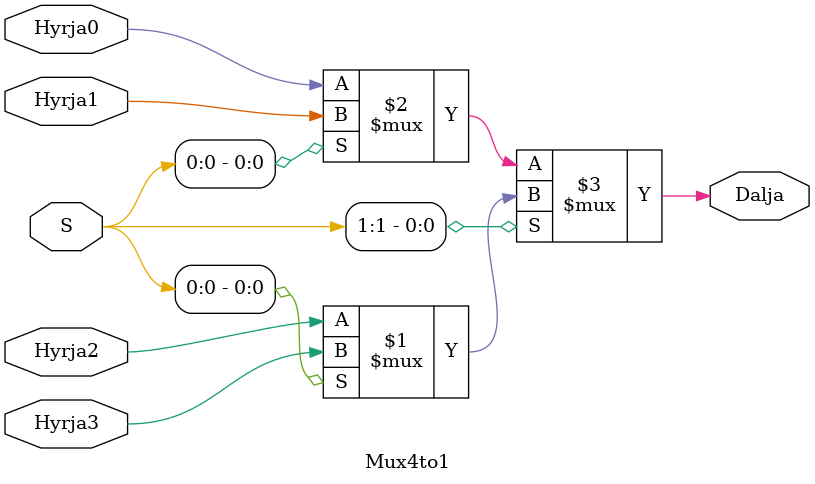
<source format=v>
`timescale 1ns / 1ps


module Mux4to1(
    input Hyrja0,
    input Hyrja1,
    input Hyrja2,
    input Hyrja3,
    input [1:0] S,
    output Dalja
    );
    
    assign Dalja = S[1] ? (S[0] ? Hyrja3 : Hyrja2) : (S[0] ? Hyrja1 : Hyrja0);
    
endmodule
</source>
